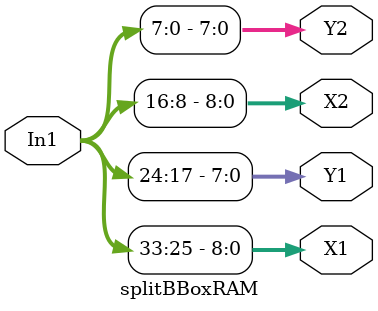
<source format=v>



`timescale 1 ns / 1 ns

module splitBBoxRAM
          (In1,
           X1,
           Y1,
           X2,
           Y2);


  input   [33:0] In1;  // ufix34
  output  [8:0] X1;  // ufix9
  output  [7:0] Y1;  // uint8
  output  [8:0] X2;  // ufix9
  output  [7:0] Y2;  // uint8




  assign X1 = In1[33:25];



  assign Y1 = In1[24:17];



  assign X2 = In1[16:8];



  assign Y2 = In1[7:0];



endmodule  // splitBBoxRAM


</source>
